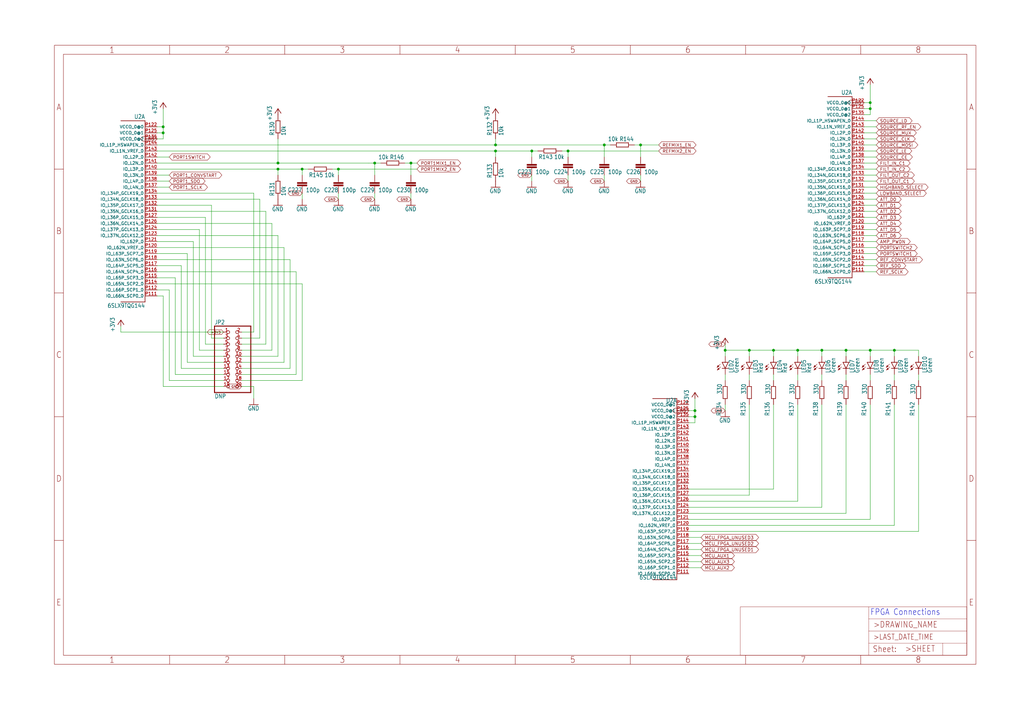
<source format=kicad_sch>
(kicad_sch (version 20210615) (generator eeschema)
  (paper "User" 430.403 300.279)
  (junction (at 68.58 53.34) (diameter 1.016))
  (junction (at 68.58 55.88) (diameter 1.016))
  (junction (at 116.84 68.58) (diameter 1.016))
  (junction (at 116.84 71.12) (diameter 1.016))
  (junction (at 127 71.12) (diameter 1.016))
  (junction (at 142.24 71.12) (diameter 1.016))
  (junction (at 157.48 68.58) (diameter 1.016))
  (junction (at 172.72 68.58) (diameter 1.016))
  (junction (at 208.28 60.96) (diameter 1.016))
  (junction (at 208.28 63.5) (diameter 1.016))
  (junction (at 223.52 63.5) (diameter 1.016))
  (junction (at 238.76 63.5) (diameter 1.016))
  (junction (at 254 60.96) (diameter 1.016))
  (junction (at 269.24 60.96) (diameter 1.016))
  (junction (at 292.1 172.72) (diameter 1.016))
  (junction (at 292.1 175.26) (diameter 1.016))
  (junction (at 304.8 147.32) (diameter 1.016))
  (junction (at 314.96 147.32) (diameter 1.016))
  (junction (at 325.12 147.32) (diameter 1.016))
  (junction (at 335.28 147.32) (diameter 1.016))
  (junction (at 345.44 147.32) (diameter 1.016))
  (junction (at 355.6 147.32) (diameter 1.016))
  (junction (at 365.76 43.18) (diameter 1.016))
  (junction (at 365.76 45.72) (diameter 1.016))
  (junction (at 365.76 147.32) (diameter 1.016))
  (junction (at 375.92 147.32) (diameter 1.016))
  (wire (pts (xy 50.8 139.7) (xy 50.8 137.16)))
  (wire (pts (xy 66.04 53.34) (xy 68.58 53.34)))
  (wire (pts (xy 66.04 55.88) (xy 68.58 55.88)))
  (wire (pts (xy 66.04 58.42) (xy 68.58 58.42)))
  (wire (pts (xy 66.04 60.96) (xy 208.28 60.96)))
  (wire (pts (xy 66.04 66.04) (xy 71.12 66.04)))
  (wire (pts (xy 66.04 73.66) (xy 71.12 73.66)))
  (wire (pts (xy 66.04 76.2) (xy 71.12 76.2)))
  (wire (pts (xy 66.04 78.74) (xy 71.12 78.74)))
  (wire (pts (xy 66.04 81.28) (xy 106.68 81.28)))
  (wire (pts (xy 66.04 83.82) (xy 109.22 83.82)))
  (wire (pts (xy 66.04 86.36) (xy 88.9 86.36)))
  (wire (pts (xy 66.04 88.9) (xy 111.76 88.9)))
  (wire (pts (xy 66.04 91.44) (xy 86.36 91.44)))
  (wire (pts (xy 66.04 93.98) (xy 114.3 93.98)))
  (wire (pts (xy 66.04 96.52) (xy 83.82 96.52)))
  (wire (pts (xy 66.04 99.06) (xy 116.84 99.06)))
  (wire (pts (xy 66.04 101.6) (xy 81.28 101.6)))
  (wire (pts (xy 66.04 104.14) (xy 119.38 104.14)))
  (wire (pts (xy 66.04 106.68) (xy 78.74 106.68)))
  (wire (pts (xy 66.04 109.22) (xy 121.92 109.22)))
  (wire (pts (xy 66.04 111.76) (xy 76.2 111.76)))
  (wire (pts (xy 66.04 114.3) (xy 124.46 114.3)))
  (wire (pts (xy 66.04 116.84) (xy 73.66 116.84)))
  (wire (pts (xy 66.04 119.38) (xy 127 119.38)))
  (wire (pts (xy 66.04 121.92) (xy 71.12 121.92)))
  (wire (pts (xy 66.04 124.46) (xy 68.58 124.46)))
  (wire (pts (xy 68.58 53.34) (xy 68.58 45.72)))
  (wire (pts (xy 68.58 55.88) (xy 68.58 53.34)))
  (wire (pts (xy 68.58 58.42) (xy 68.58 55.88)))
  (wire (pts (xy 68.58 124.46) (xy 68.58 147.32)))
  (wire (pts (xy 68.58 147.32) (xy 68.58 162.56)))
  (wire (pts (xy 68.58 162.56) (xy 93.98 162.56)))
  (wire (pts (xy 71.12 121.92) (xy 71.12 160.02)))
  (wire (pts (xy 71.12 160.02) (xy 93.98 160.02)))
  (wire (pts (xy 73.66 116.84) (xy 73.66 157.48)))
  (wire (pts (xy 73.66 157.48) (xy 93.98 157.48)))
  (wire (pts (xy 76.2 111.76) (xy 76.2 154.94)))
  (wire (pts (xy 76.2 154.94) (xy 93.98 154.94)))
  (wire (pts (xy 78.74 106.68) (xy 78.74 152.4)))
  (wire (pts (xy 78.74 152.4) (xy 93.98 152.4)))
  (wire (pts (xy 81.28 101.6) (xy 81.28 149.86)))
  (wire (pts (xy 81.28 149.86) (xy 93.98 149.86)))
  (wire (pts (xy 83.82 96.52) (xy 83.82 147.32)))
  (wire (pts (xy 83.82 139.7) (xy 50.8 139.7)))
  (wire (pts (xy 83.82 147.32) (xy 93.98 147.32)))
  (wire (pts (xy 86.36 91.44) (xy 86.36 144.78)))
  (wire (pts (xy 86.36 144.78) (xy 93.98 144.78)))
  (wire (pts (xy 88.9 86.36) (xy 88.9 142.24)))
  (wire (pts (xy 88.9 142.24) (xy 93.98 142.24)))
  (wire (pts (xy 93.98 139.7) (xy 83.82 139.7)))
  (wire (pts (xy 101.6 162.56) (xy 106.68 162.56)))
  (wire (pts (xy 104.14 160.02) (xy 101.6 160.02)))
  (wire (pts (xy 106.68 81.28) (xy 106.68 139.7)))
  (wire (pts (xy 106.68 139.7) (xy 101.6 139.7)))
  (wire (pts (xy 106.68 162.56) (xy 106.68 167.64)))
  (wire (pts (xy 109.22 83.82) (xy 109.22 142.24)))
  (wire (pts (xy 109.22 142.24) (xy 101.6 142.24)))
  (wire (pts (xy 111.76 88.9) (xy 111.76 144.78)))
  (wire (pts (xy 111.76 144.78) (xy 101.6 144.78)))
  (wire (pts (xy 114.3 93.98) (xy 114.3 147.32)))
  (wire (pts (xy 114.3 147.32) (xy 101.6 147.32)))
  (wire (pts (xy 116.84 58.42) (xy 116.84 68.58)))
  (wire (pts (xy 116.84 68.58) (xy 66.04 68.58)))
  (wire (pts (xy 116.84 71.12) (xy 66.04 71.12)))
  (wire (pts (xy 116.84 73.66) (xy 116.84 71.12)))
  (wire (pts (xy 116.84 99.06) (xy 116.84 149.86)))
  (wire (pts (xy 116.84 149.86) (xy 101.6 149.86)))
  (wire (pts (xy 119.38 104.14) (xy 119.38 152.4)))
  (wire (pts (xy 119.38 152.4) (xy 101.6 152.4)))
  (wire (pts (xy 121.92 109.22) (xy 121.92 154.94)))
  (wire (pts (xy 121.92 154.94) (xy 101.6 154.94)))
  (wire (pts (xy 124.46 114.3) (xy 124.46 157.48)))
  (wire (pts (xy 124.46 157.48) (xy 101.6 157.48)))
  (wire (pts (xy 127 71.12) (xy 116.84 71.12)))
  (wire (pts (xy 127 71.12) (xy 129.54 71.12)))
  (wire (pts (xy 127 73.66) (xy 127 71.12)))
  (wire (pts (xy 127 81.28) (xy 127 83.82)))
  (wire (pts (xy 127 119.38) (xy 127 160.02)))
  (wire (pts (xy 127 160.02) (xy 104.14 160.02)))
  (wire (pts (xy 139.7 71.12) (xy 142.24 71.12)))
  (wire (pts (xy 142.24 71.12) (xy 175.26 71.12)))
  (wire (pts (xy 142.24 73.66) (xy 142.24 71.12)))
  (wire (pts (xy 142.24 83.82) (xy 142.24 81.28)))
  (wire (pts (xy 154.94 68.58) (xy 116.84 68.58)))
  (wire (pts (xy 154.94 68.58) (xy 157.48 68.58)))
  (wire (pts (xy 157.48 68.58) (xy 160.02 68.58)))
  (wire (pts (xy 157.48 73.66) (xy 157.48 68.58)))
  (wire (pts (xy 157.48 83.82) (xy 157.48 81.28)))
  (wire (pts (xy 170.18 68.58) (xy 172.72 68.58)))
  (wire (pts (xy 172.72 73.66) (xy 172.72 68.58)))
  (wire (pts (xy 172.72 83.82) (xy 172.72 81.28)))
  (wire (pts (xy 175.26 68.58) (xy 172.72 68.58)))
  (wire (pts (xy 208.28 58.42) (xy 208.28 60.96)))
  (wire (pts (xy 208.28 60.96) (xy 254 60.96)))
  (wire (pts (xy 208.28 63.5) (xy 66.04 63.5)))
  (wire (pts (xy 208.28 63.5) (xy 223.52 63.5)))
  (wire (pts (xy 208.28 66.04) (xy 208.28 63.5)))
  (wire (pts (xy 223.52 63.5) (xy 226.06 63.5)))
  (wire (pts (xy 223.52 66.04) (xy 223.52 63.5)))
  (wire (pts (xy 223.52 73.66) (xy 223.52 76.2)))
  (wire (pts (xy 236.22 63.5) (xy 238.76 63.5)))
  (wire (pts (xy 238.76 63.5) (xy 276.86 63.5)))
  (wire (pts (xy 238.76 66.04) (xy 238.76 63.5)))
  (wire (pts (xy 238.76 76.2) (xy 238.76 73.66)))
  (wire (pts (xy 254 60.96) (xy 256.54 60.96)))
  (wire (pts (xy 254 66.04) (xy 254 60.96)))
  (wire (pts (xy 254 76.2) (xy 254 73.66)))
  (wire (pts (xy 266.7 60.96) (xy 269.24 60.96)))
  (wire (pts (xy 269.24 60.96) (xy 276.86 60.96)))
  (wire (pts (xy 269.24 66.04) (xy 269.24 60.96)))
  (wire (pts (xy 269.24 76.2) (xy 269.24 73.66)))
  (wire (pts (xy 289.56 172.72) (xy 292.1 172.72)))
  (wire (pts (xy 289.56 175.26) (xy 292.1 175.26)))
  (wire (pts (xy 289.56 177.8) (xy 292.1 177.8)))
  (wire (pts (xy 289.56 205.74) (xy 325.12 205.74)))
  (wire (pts (xy 289.56 208.28) (xy 314.96 208.28)))
  (wire (pts (xy 289.56 210.82) (xy 335.28 210.82)))
  (wire (pts (xy 289.56 213.36) (xy 345.44 213.36)))
  (wire (pts (xy 289.56 215.9) (xy 355.6 215.9)))
  (wire (pts (xy 289.56 218.44) (xy 365.76 218.44)))
  (wire (pts (xy 289.56 220.98) (xy 375.92 220.98)))
  (wire (pts (xy 289.56 223.52) (xy 386.08 223.52)))
  (wire (pts (xy 289.56 226.06) (xy 294.64 226.06)))
  (wire (pts (xy 289.56 228.6) (xy 294.64 228.6)))
  (wire (pts (xy 289.56 231.14) (xy 294.64 231.14)))
  (wire (pts (xy 289.56 233.68) (xy 294.64 233.68)))
  (wire (pts (xy 289.56 236.22) (xy 294.64 236.22)))
  (wire (pts (xy 289.56 238.76) (xy 294.64 238.76)))
  (wire (pts (xy 292.1 167.64) (xy 292.1 172.72)))
  (wire (pts (xy 292.1 175.26) (xy 292.1 172.72)))
  (wire (pts (xy 292.1 177.8) (xy 292.1 175.26)))
  (wire (pts (xy 304.8 144.78) (xy 304.8 147.32)))
  (wire (pts (xy 304.8 147.32) (xy 304.8 149.86)))
  (wire (pts (xy 304.8 147.32) (xy 314.96 147.32)))
  (wire (pts (xy 304.8 160.02) (xy 304.8 157.48)))
  (wire (pts (xy 304.8 172.72) (xy 304.8 170.18)))
  (wire (pts (xy 314.96 147.32) (xy 325.12 147.32)))
  (wire (pts (xy 314.96 149.86) (xy 314.96 147.32)))
  (wire (pts (xy 314.96 160.02) (xy 314.96 157.48)))
  (wire (pts (xy 314.96 208.28) (xy 314.96 170.18)))
  (wire (pts (xy 325.12 147.32) (xy 335.28 147.32)))
  (wire (pts (xy 325.12 149.86) (xy 325.12 147.32)))
  (wire (pts (xy 325.12 160.02) (xy 325.12 157.48)))
  (wire (pts (xy 325.12 205.74) (xy 325.12 170.18)))
  (wire (pts (xy 335.28 147.32) (xy 345.44 147.32)))
  (wire (pts (xy 335.28 149.86) (xy 335.28 147.32)))
  (wire (pts (xy 335.28 160.02) (xy 335.28 157.48)))
  (wire (pts (xy 335.28 210.82) (xy 335.28 170.18)))
  (wire (pts (xy 345.44 147.32) (xy 355.6 147.32)))
  (wire (pts (xy 345.44 149.86) (xy 345.44 147.32)))
  (wire (pts (xy 345.44 160.02) (xy 345.44 157.48)))
  (wire (pts (xy 345.44 213.36) (xy 345.44 170.18)))
  (wire (pts (xy 355.6 147.32) (xy 365.76 147.32)))
  (wire (pts (xy 355.6 149.86) (xy 355.6 147.32)))
  (wire (pts (xy 355.6 160.02) (xy 355.6 157.48)))
  (wire (pts (xy 355.6 215.9) (xy 355.6 170.18)))
  (wire (pts (xy 363.22 43.18) (xy 365.76 43.18)))
  (wire (pts (xy 363.22 45.72) (xy 365.76 45.72)))
  (wire (pts (xy 363.22 48.26) (xy 365.76 48.26)))
  (wire (pts (xy 363.22 50.8) (xy 368.3 50.8)))
  (wire (pts (xy 363.22 53.34) (xy 368.3 53.34)))
  (wire (pts (xy 363.22 55.88) (xy 368.3 55.88)))
  (wire (pts (xy 363.22 58.42) (xy 368.3 58.42)))
  (wire (pts (xy 363.22 60.96) (xy 368.3 60.96)))
  (wire (pts (xy 363.22 63.5) (xy 368.3 63.5)))
  (wire (pts (xy 363.22 66.04) (xy 368.3 66.04)))
  (wire (pts (xy 363.22 68.58) (xy 368.3 68.58)))
  (wire (pts (xy 363.22 71.12) (xy 368.3 71.12)))
  (wire (pts (xy 363.22 73.66) (xy 368.3 73.66)))
  (wire (pts (xy 363.22 76.2) (xy 368.3 76.2)))
  (wire (pts (xy 363.22 78.74) (xy 368.3 78.74)))
  (wire (pts (xy 363.22 81.28) (xy 368.3 81.28)))
  (wire (pts (xy 363.22 83.82) (xy 368.3 83.82)))
  (wire (pts (xy 363.22 86.36) (xy 368.3 86.36)))
  (wire (pts (xy 363.22 88.9) (xy 368.3 88.9)))
  (wire (pts (xy 363.22 91.44) (xy 368.3 91.44)))
  (wire (pts (xy 363.22 93.98) (xy 368.3 93.98)))
  (wire (pts (xy 363.22 96.52) (xy 368.3 96.52)))
  (wire (pts (xy 363.22 99.06) (xy 368.3 99.06)))
  (wire (pts (xy 363.22 101.6) (xy 368.3 101.6)))
  (wire (pts (xy 363.22 104.14) (xy 368.3 104.14)))
  (wire (pts (xy 363.22 106.68) (xy 368.3 106.68)))
  (wire (pts (xy 363.22 109.22) (xy 368.3 109.22)))
  (wire (pts (xy 363.22 111.76) (xy 368.3 111.76)))
  (wire (pts (xy 363.22 114.3) (xy 368.3 114.3)))
  (wire (pts (xy 365.76 43.18) (xy 365.76 35.56)))
  (wire (pts (xy 365.76 45.72) (xy 365.76 43.18)))
  (wire (pts (xy 365.76 48.26) (xy 365.76 45.72)))
  (wire (pts (xy 365.76 147.32) (xy 375.92 147.32)))
  (wire (pts (xy 365.76 149.86) (xy 365.76 147.32)))
  (wire (pts (xy 365.76 160.02) (xy 365.76 157.48)))
  (wire (pts (xy 365.76 218.44) (xy 365.76 170.18)))
  (wire (pts (xy 375.92 147.32) (xy 386.08 147.32)))
  (wire (pts (xy 375.92 149.86) (xy 375.92 147.32)))
  (wire (pts (xy 375.92 160.02) (xy 375.92 157.48)))
  (wire (pts (xy 375.92 220.98) (xy 375.92 170.18)))
  (wire (pts (xy 386.08 147.32) (xy 386.08 149.86)))
  (wire (pts (xy 386.08 160.02) (xy 386.08 157.48)))
  (wire (pts (xy 386.08 223.52) (xy 386.08 170.18)))
  (text "FPGA Connections" (at 365.76 259.08 180) (effects (font (size 2.54 2.159)) (justify left bottom)))
  (global_label "+3V3" (shape bidirectional) (at 66.04 58.42 180) (effects (font (size 1.016 1.016))) (property "Intersheet References" "${INTERSHEET_REFS}" (effects hide)))
  (global_label "PORT1SWITCH" (shape bidirectional) (at 71.12 66.04 0) (effects (font (size 1.3335 1.3335))) (property "Intersheet References" "${INTERSHEET_REFS}" (effects hide)))
  (global_label "PORT1_CONVSTART" (shape bidirectional) (at 71.12 73.66 0) (effects (font (size 1.3335 1.3335))) (property "Intersheet References" "${INTERSHEET_REFS}" (effects hide)))
  (global_label "PORT1_SDO" (shape bidirectional) (at 71.12 76.2 0) (effects (font (size 1.3335 1.3335))) (property "Intersheet References" "${INTERSHEET_REFS}" (effects hide)))
  (global_label "PORT1_SCLK" (shape bidirectional) (at 71.12 78.74 0) (effects (font (size 1.3335 1.3335))) (property "Intersheet References" "${INTERSHEET_REFS}" (effects hide)))
  (global_label "+3V3" (shape bidirectional) (at 93.98 139.7 180) (effects (font (size 1.016 1.016))) (property "Intersheet References" "${INTERSHEET_REFS}" (effects hide)))
  (global_label "GND" (shape bidirectional) (at 101.6 162.56 180) (effects (font (size 1.016 1.016))) (property "Intersheet References" "${INTERSHEET_REFS}" (effects hide)))
  (global_label "GND" (shape bidirectional) (at 127 81.28 180) (effects (font (size 1.016 1.016))) (property "Intersheet References" "${INTERSHEET_REFS}" (effects hide)))
  (global_label "GND" (shape bidirectional) (at 142.24 83.82 180) (effects (font (size 1.016 1.016))) (property "Intersheet References" "${INTERSHEET_REFS}" (effects hide)))
  (global_label "GND" (shape bidirectional) (at 157.48 83.82 180) (effects (font (size 1.016 1.016))) (property "Intersheet References" "${INTERSHEET_REFS}" (effects hide)))
  (global_label "GND" (shape bidirectional) (at 172.72 83.82 180) (effects (font (size 1.016 1.016))) (property "Intersheet References" "${INTERSHEET_REFS}" (effects hide)))
  (global_label "PORT1MIX1_EN" (shape bidirectional) (at 175.26 68.58 0) (effects (font (size 1.3335 1.3335))) (property "Intersheet References" "${INTERSHEET_REFS}" (effects hide)))
  (global_label "PORT1MIX2_EN" (shape bidirectional) (at 175.26 71.12 0) (effects (font (size 1.3335 1.3335))) (property "Intersheet References" "${INTERSHEET_REFS}" (effects hide)))
  (global_label "GND" (shape bidirectional) (at 223.52 73.66 180) (effects (font (size 1.016 1.016))) (property "Intersheet References" "${INTERSHEET_REFS}" (effects hide)))
  (global_label "GND" (shape bidirectional) (at 238.76 76.2 180) (effects (font (size 1.016 1.016))) (property "Intersheet References" "${INTERSHEET_REFS}" (effects hide)))
  (global_label "GND" (shape bidirectional) (at 254 76.2 180) (effects (font (size 1.016 1.016))) (property "Intersheet References" "${INTERSHEET_REFS}" (effects hide)))
  (global_label "GND" (shape bidirectional) (at 269.24 76.2 180) (effects (font (size 1.016 1.016))) (property "Intersheet References" "${INTERSHEET_REFS}" (effects hide)))
  (global_label "REFMIX1_EN" (shape bidirectional) (at 276.86 60.96 0) (effects (font (size 1.3335 1.3335))) (property "Intersheet References" "${INTERSHEET_REFS}" (effects hide)))
  (global_label "REFMIX2_EN" (shape bidirectional) (at 276.86 63.5 0) (effects (font (size 1.3335 1.3335))) (property "Intersheet References" "${INTERSHEET_REFS}" (effects hide)))
  (global_label "+3V3" (shape bidirectional) (at 289.56 172.72 180) (effects (font (size 1.016 1.016))) (property "Intersheet References" "${INTERSHEET_REFS}" (effects hide)))
  (global_label "MCU_FPGA_UNUSED3" (shape bidirectional) (at 294.64 226.06 0) (effects (font (size 1.3335 1.3335))) (property "Intersheet References" "${INTERSHEET_REFS}" (effects hide)))
  (global_label "MCU_FPGA_UNUSED2" (shape bidirectional) (at 294.64 228.6 0) (effects (font (size 1.3335 1.3335))) (property "Intersheet References" "${INTERSHEET_REFS}" (effects hide)))
  (global_label "MCU_FPGA_UNUSED1" (shape bidirectional) (at 294.64 231.14 0) (effects (font (size 1.3335 1.3335))) (property "Intersheet References" "${INTERSHEET_REFS}" (effects hide)))
  (global_label "MCU_AUX1" (shape bidirectional) (at 294.64 233.68 0) (effects (font (size 1.3335 1.3335))) (property "Intersheet References" "${INTERSHEET_REFS}" (effects hide)))
  (global_label "MCU_AUX3" (shape bidirectional) (at 294.64 236.22 0) (effects (font (size 1.3335 1.3335))) (property "Intersheet References" "${INTERSHEET_REFS}" (effects hide)))
  (global_label "MCU_AUX2" (shape bidirectional) (at 294.64 238.76 0) (effects (font (size 1.3335 1.3335))) (property "Intersheet References" "${INTERSHEET_REFS}" (effects hide)))
  (global_label "+3V3" (shape bidirectional) (at 304.8 144.78 180) (effects (font (size 1.016 1.016))) (property "Intersheet References" "${INTERSHEET_REFS}" (effects hide)))
  (global_label "GND" (shape bidirectional) (at 304.8 172.72 180) (effects (font (size 1.016 1.016))) (property "Intersheet References" "${INTERSHEET_REFS}" (effects hide)))
  (global_label "+3V3" (shape bidirectional) (at 363.22 43.18 180) (effects (font (size 1.016 1.016))) (property "Intersheet References" "${INTERSHEET_REFS}" (effects hide)))
  (global_label "SOURCE_LD" (shape bidirectional) (at 368.3 50.8 0) (effects (font (size 1.3335 1.3335))) (property "Intersheet References" "${INTERSHEET_REFS}" (effects hide)))
  (global_label "SOURCE_RF_EN" (shape bidirectional) (at 368.3 53.34 0) (effects (font (size 1.3335 1.3335))) (property "Intersheet References" "${INTERSHEET_REFS}" (effects hide)))
  (global_label "SOURCE_MUX" (shape bidirectional) (at 368.3 55.88 0) (effects (font (size 1.3335 1.3335))) (property "Intersheet References" "${INTERSHEET_REFS}" (effects hide)))
  (global_label "SOURCE_CLK" (shape bidirectional) (at 368.3 58.42 0) (effects (font (size 1.3335 1.3335))) (property "Intersheet References" "${INTERSHEET_REFS}" (effects hide)))
  (global_label "SOURCE_MOSI" (shape bidirectional) (at 368.3 60.96 0) (effects (font (size 1.3335 1.3335))) (property "Intersheet References" "${INTERSHEET_REFS}" (effects hide)))
  (global_label "SOURCE_LE" (shape bidirectional) (at 368.3 63.5 0) (effects (font (size 1.3335 1.3335))) (property "Intersheet References" "${INTERSHEET_REFS}" (effects hide)))
  (global_label "SOURCE_CE" (shape bidirectional) (at 368.3 66.04 0) (effects (font (size 1.3335 1.3335))) (property "Intersheet References" "${INTERSHEET_REFS}" (effects hide)))
  (global_label "FILT_IN_C1" (shape bidirectional) (at 368.3 68.58 0) (effects (font (size 1.3335 1.3335))) (property "Intersheet References" "${INTERSHEET_REFS}" (effects hide)))
  (global_label "FILT_IN_C2" (shape bidirectional) (at 368.3 71.12 0) (effects (font (size 1.3335 1.3335))) (property "Intersheet References" "${INTERSHEET_REFS}" (effects hide)))
  (global_label "FILT_OUT_C2" (shape bidirectional) (at 368.3 73.66 0) (effects (font (size 1.3335 1.3335))) (property "Intersheet References" "${INTERSHEET_REFS}" (effects hide)))
  (global_label "FILT_OUT_C1" (shape bidirectional) (at 368.3 76.2 0) (effects (font (size 1.3335 1.3335))) (property "Intersheet References" "${INTERSHEET_REFS}" (effects hide)))
  (global_label "HIGHBAND_SELECT" (shape bidirectional) (at 368.3 78.74 0) (effects (font (size 1.3335 1.3335))) (property "Intersheet References" "${INTERSHEET_REFS}" (effects hide)))
  (global_label "LOWBAND_SELECT" (shape bidirectional) (at 368.3 81.28 0) (effects (font (size 1.3335 1.3335))) (property "Intersheet References" "${INTERSHEET_REFS}" (effects hide)))
  (global_label "ATT_D0" (shape bidirectional) (at 368.3 83.82 0) (effects (font (size 1.3335 1.3335))) (property "Intersheet References" "${INTERSHEET_REFS}" (effects hide)))
  (global_label "ATT_D1" (shape bidirectional) (at 368.3 86.36 0) (effects (font (size 1.3335 1.3335))) (property "Intersheet References" "${INTERSHEET_REFS}" (effects hide)))
  (global_label "ATT_D2" (shape bidirectional) (at 368.3 88.9 0) (effects (font (size 1.3335 1.3335))) (property "Intersheet References" "${INTERSHEET_REFS}" (effects hide)))
  (global_label "ATT_D3" (shape bidirectional) (at 368.3 91.44 0) (effects (font (size 1.3335 1.3335))) (property "Intersheet References" "${INTERSHEET_REFS}" (effects hide)))
  (global_label "ATT_D4" (shape bidirectional) (at 368.3 93.98 0) (effects (font (size 1.3335 1.3335))) (property "Intersheet References" "${INTERSHEET_REFS}" (effects hide)))
  (global_label "ATT_D5" (shape bidirectional) (at 368.3 96.52 0) (effects (font (size 1.3335 1.3335))) (property "Intersheet References" "${INTERSHEET_REFS}" (effects hide)))
  (global_label "ATT_D6" (shape bidirectional) (at 368.3 99.06 0) (effects (font (size 1.3335 1.3335))) (property "Intersheet References" "${INTERSHEET_REFS}" (effects hide)))
  (global_label "AMP_PWDN" (shape bidirectional) (at 368.3 101.6 0) (effects (font (size 1.3335 1.3335))) (property "Intersheet References" "${INTERSHEET_REFS}" (effects hide)))
  (global_label "PORTSWITCH2" (shape bidirectional) (at 368.3 104.14 0) (effects (font (size 1.3335 1.3335))) (property "Intersheet References" "${INTERSHEET_REFS}" (effects hide)))
  (global_label "PORTSWITCH1" (shape bidirectional) (at 368.3 106.68 0) (effects (font (size 1.3335 1.3335))) (property "Intersheet References" "${INTERSHEET_REFS}" (effects hide)))
  (global_label "REF_CONVSTART" (shape bidirectional) (at 368.3 109.22 0) (effects (font (size 1.3335 1.3335))) (property "Intersheet References" "${INTERSHEET_REFS}" (effects hide)))
  (global_label "REF_SDO" (shape bidirectional) (at 368.3 111.76 0) (effects (font (size 1.3335 1.3335))) (property "Intersheet References" "${INTERSHEET_REFS}" (effects hide)))
  (global_label "REF_SCLK" (shape bidirectional) (at 368.3 114.3 0) (effects (font (size 1.3335 1.3335))) (property "Intersheet References" "${INTERSHEET_REFS}" (effects hide)))
  (symbol (lib_id "VNA-eagle-import:+3V3") (at 50.8 134.62 0)
    (property "Reference" "#+3V329" (effects hide))
    (property "Value" "+3V3" (at 48.26 139.7 90) (effects (font (size 1.778 1.5113)) (justify left bottom)))
  )
  (symbol (lib_id "VNA-eagle-import:+3V3") (at 68.58 43.18 0)
    (property "Reference" "#+3V330" (effects hide))
    (property "Value" "+3V3" (at 66.04 48.26 90) (effects (font (size 1.778 1.5113)) (justify left bottom)))
  )
  (symbol (lib_id "VNA-eagle-import:+3V3") (at 116.84 45.72 0)
    (property "Reference" "#+3V331" (effects hide))
    (property "Value" "+3V3" (at 114.3 50.8 90) (effects (font (size 1.778 1.5113)) (justify left bottom)))
  )
  (symbol (lib_id "VNA-eagle-import:+3V3") (at 208.28 45.72 0)
    (property "Reference" "#+3V332" (effects hide))
    (property "Value" "+3V3" (at 205.74 50.8 90) (effects (font (size 1.778 1.5113)) (justify left bottom)))
  )
  (symbol (lib_id "VNA-eagle-import:+3V3") (at 292.1 165.1 0)
    (property "Reference" "#+3V333" (effects hide))
    (property "Value" "+3V3" (at 289.56 170.18 90) (effects (font (size 1.778 1.5113)) (justify left bottom)))
  )
  (symbol (lib_id "VNA-eagle-import:+3V3") (at 304.8 142.24 0)
    (property "Reference" "#+3V334" (effects hide))
    (property "Value" "+3V3" (at 302.26 147.32 90) (effects (font (size 1.778 1.5113)) (justify left bottom)))
  )
  (symbol (lib_id "VNA-eagle-import:+3V3") (at 365.76 33.02 0)
    (property "Reference" "#+3V335" (effects hide))
    (property "Value" "+3V3" (at 363.22 38.1 90) (effects (font (size 1.778 1.5113)) (justify left bottom)))
  )
  (symbol (lib_id "VNA-eagle-import:GND") (at 106.68 170.18 0)
    (property "Reference" "#GND258" (effects hide))
    (property "Value" "GND" (at 104.14 172.72 0) (effects (font (size 1.778 1.5113)) (justify left bottom)))
  )
  (symbol (lib_id "VNA-eagle-import:GND") (at 116.84 86.36 0)
    (property "Reference" "#GND259" (effects hide))
    (property "Value" "GND" (at 114.3 88.9 0) (effects (font (size 1.778 1.5113)) (justify left bottom)))
  )
  (symbol (lib_id "VNA-eagle-import:GND") (at 127 86.36 0)
    (property "Reference" "#GND266" (effects hide))
    (property "Value" "GND" (at 124.46 88.9 0) (effects (font (size 1.778 1.5113)) (justify left bottom)))
  )
  (symbol (lib_id "VNA-eagle-import:GND") (at 142.24 86.36 0)
    (property "Reference" "#GND267" (effects hide))
    (property "Value" "GND" (at 139.7 88.9 0) (effects (font (size 1.778 1.5113)) (justify left bottom)))
  )
  (symbol (lib_id "VNA-eagle-import:GND") (at 157.48 86.36 0)
    (property "Reference" "#GND269" (effects hide))
    (property "Value" "GND" (at 154.94 88.9 0) (effects (font (size 1.778 1.5113)) (justify left bottom)))
  )
  (symbol (lib_id "VNA-eagle-import:GND") (at 172.72 86.36 0)
    (property "Reference" "#GND268" (effects hide))
    (property "Value" "GND" (at 170.18 88.9 0) (effects (font (size 1.778 1.5113)) (justify left bottom)))
  )
  (symbol (lib_id "VNA-eagle-import:GND") (at 208.28 78.74 0)
    (property "Reference" "#GND260" (effects hide))
    (property "Value" "GND" (at 205.74 81.28 0) (effects (font (size 1.778 1.5113)) (justify left bottom)))
  )
  (symbol (lib_id "VNA-eagle-import:GND") (at 223.52 78.74 0)
    (property "Reference" "#GND255" (effects hide))
    (property "Value" "GND" (at 220.98 81.28 0) (effects (font (size 1.778 1.5113)) (justify left bottom)))
  )
  (symbol (lib_id "VNA-eagle-import:GND") (at 238.76 78.74 0)
    (property "Reference" "#GND263" (effects hide))
    (property "Value" "GND" (at 236.22 81.28 0) (effects (font (size 1.778 1.5113)) (justify left bottom)))
  )
  (symbol (lib_id "VNA-eagle-import:GND") (at 254 78.74 0)
    (property "Reference" "#GND265" (effects hide))
    (property "Value" "GND" (at 251.46 81.28 0) (effects (font (size 1.778 1.5113)) (justify left bottom)))
  )
  (symbol (lib_id "VNA-eagle-import:GND") (at 269.24 78.74 0)
    (property "Reference" "#GND264" (effects hide))
    (property "Value" "GND" (at 266.7 81.28 0) (effects (font (size 1.778 1.5113)) (justify left bottom)))
  )
  (symbol (lib_id "VNA-eagle-import:GND") (at 304.8 175.26 0)
    (property "Reference" "#GND261" (effects hide))
    (property "Value" "GND" (at 302.26 177.8 0) (effects (font (size 1.778 1.5113)) (justify left bottom)))
  )
  (symbol (lib_id "VNA-eagle-import:R-EU_R0402") (at 116.84 53.34 90)
    (property "Reference" "R130" (at 115.3414 57.15 0) (effects (font (size 1.778 1.5113)) (justify left bottom)))
    (property "Value" "10k" (at 120.142 57.15 0) (effects (font (size 1.778 1.5113)) (justify left bottom)))
    (property "Footprint" "R0402" (effects hide))
  )
  (symbol (lib_id "VNA-eagle-import:R-EU_R0402") (at 116.84 78.74 90)
    (property "Reference" "R131" (at 115.3414 82.55 0) (effects (font (size 1.778 1.5113)) (justify left bottom)))
    (property "Value" "10k" (at 120.142 82.55 0) (effects (font (size 1.778 1.5113)) (justify left bottom)))
    (property "Footprint" "R0402" (effects hide))
  )
  (symbol (lib_id "VNA-eagle-import:R-EU_R0402") (at 134.62 71.12 180)
    (property "Reference" "R145" (at 135.89 72.6186 0) (effects (font (size 1.778 1.5113)) (justify left bottom)))
    (property "Value" "10k" (at 140.716 72.644 0) (effects (font (size 1.778 1.5113)) (justify left bottom)))
    (property "Footprint" "R0402" (effects hide))
  )
  (symbol (lib_id "VNA-eagle-import:R-EU_R0402") (at 165.1 68.58 0)
    (property "Reference" "R146" (at 163.83 67.0814 0) (effects (font (size 1.778 1.5113)) (justify left bottom)))
    (property "Value" "10k" (at 159.004 67.056 0) (effects (font (size 1.778 1.5113)) (justify left bottom)))
    (property "Footprint" "R0402" (effects hide))
  )
  (symbol (lib_id "VNA-eagle-import:R-EU_R0402") (at 208.28 53.34 90)
    (property "Reference" "R132" (at 206.7814 57.15 0) (effects (font (size 1.778 1.5113)) (justify left bottom)))
    (property "Value" "10k" (at 211.582 57.15 0) (effects (font (size 1.778 1.5113)) (justify left bottom)))
    (property "Footprint" "R0402" (effects hide))
  )
  (symbol (lib_id "VNA-eagle-import:R-EU_R0402") (at 208.28 71.12 90)
    (property "Reference" "R133" (at 206.7814 74.93 0) (effects (font (size 1.778 1.5113)) (justify left bottom)))
    (property "Value" "10k" (at 211.582 74.93 0) (effects (font (size 1.778 1.5113)) (justify left bottom)))
    (property "Footprint" "R0402" (effects hide))
  )
  (symbol (lib_id "VNA-eagle-import:R-EU_R0402") (at 231.14 63.5 180)
    (property "Reference" "R143" (at 232.41 64.9986 0) (effects (font (size 1.778 1.5113)) (justify left bottom)))
    (property "Value" "10k" (at 237.236 65.024 0) (effects (font (size 1.778 1.5113)) (justify left bottom)))
    (property "Footprint" "R0402" (effects hide))
  )
  (symbol (lib_id "VNA-eagle-import:R-EU_R0402") (at 261.62 60.96 0)
    (property "Reference" "R144" (at 260.35 59.4614 0) (effects (font (size 1.778 1.5113)) (justify left bottom)))
    (property "Value" "10k" (at 255.524 59.436 0) (effects (font (size 1.778 1.5113)) (justify left bottom)))
    (property "Footprint" "R0402" (effects hide))
  )
  (symbol (lib_id "VNA-eagle-import:R-EU_R0402") (at 304.8 165.1 270)
    (property "Reference" "R134" (at 301.2186 168.91 0) (effects (font (size 1.778 1.5113)) (justify left bottom)))
    (property "Value" "330" (at 301.498 161.29 0) (effects (font (size 1.778 1.5113)) (justify left bottom)))
    (property "Footprint" "R0402" (effects hide))
  )
  (symbol (lib_id "VNA-eagle-import:R-EU_R0402") (at 314.96 165.1 270)
    (property "Reference" "R135" (at 311.3786 168.91 0) (effects (font (size 1.778 1.5113)) (justify left bottom)))
    (property "Value" "330" (at 311.658 161.29 0) (effects (font (size 1.778 1.5113)) (justify left bottom)))
    (property "Footprint" "R0402" (effects hide))
  )
  (symbol (lib_id "VNA-eagle-import:R-EU_R0402") (at 325.12 165.1 270)
    (property "Reference" "R136" (at 321.5386 168.91 0) (effects (font (size 1.778 1.5113)) (justify left bottom)))
    (property "Value" "330" (at 321.818 161.29 0) (effects (font (size 1.778 1.5113)) (justify left bottom)))
    (property "Footprint" "R0402" (effects hide))
  )
  (symbol (lib_id "VNA-eagle-import:R-EU_R0402") (at 335.28 165.1 270)
    (property "Reference" "R137" (at 331.6986 168.91 0) (effects (font (size 1.778 1.5113)) (justify left bottom)))
    (property "Value" "330" (at 331.978 161.29 0) (effects (font (size 1.778 1.5113)) (justify left bottom)))
    (property "Footprint" "R0402" (effects hide))
  )
  (symbol (lib_id "VNA-eagle-import:R-EU_R0402") (at 345.44 165.1 270)
    (property "Reference" "R138" (at 341.8586 168.91 0) (effects (font (size 1.778 1.5113)) (justify left bottom)))
    (property "Value" "330" (at 342.138 161.29 0) (effects (font (size 1.778 1.5113)) (justify left bottom)))
    (property "Footprint" "R0402" (effects hide))
  )
  (symbol (lib_id "VNA-eagle-import:R-EU_R0402") (at 355.6 165.1 270)
    (property "Reference" "R139" (at 352.0186 168.91 0) (effects (font (size 1.778 1.5113)) (justify left bottom)))
    (property "Value" "330" (at 352.298 161.29 0) (effects (font (size 1.778 1.5113)) (justify left bottom)))
    (property "Footprint" "R0402" (effects hide))
  )
  (symbol (lib_id "VNA-eagle-import:R-EU_R0402") (at 365.76 165.1 270)
    (property "Reference" "R140" (at 362.1786 168.91 0) (effects (font (size 1.778 1.5113)) (justify left bottom)))
    (property "Value" "330" (at 362.458 161.29 0) (effects (font (size 1.778 1.5113)) (justify left bottom)))
    (property "Footprint" "R0402" (effects hide))
  )
  (symbol (lib_id "VNA-eagle-import:R-EU_R0402") (at 375.92 165.1 270)
    (property "Reference" "R141" (at 372.3386 168.91 0) (effects (font (size 1.778 1.5113)) (justify left bottom)))
    (property "Value" "330" (at 372.618 161.29 0) (effects (font (size 1.778 1.5113)) (justify left bottom)))
    (property "Footprint" "R0402" (effects hide))
  )
  (symbol (lib_id "VNA-eagle-import:R-EU_R0402") (at 386.08 165.1 270)
    (property "Reference" "R142" (at 382.4986 168.91 0) (effects (font (size 1.778 1.5113)) (justify left bottom)))
    (property "Value" "330" (at 382.778 161.29 0) (effects (font (size 1.778 1.5113)) (justify left bottom)))
    (property "Footprint" "R0402" (effects hide))
  )
  (symbol (lib_id "VNA-eagle-import:C-EU?_2C0402") (at 127 76.2 0)
    (property "Reference" "C227" (at 120.904 80.899 0) (effects (font (size 1.778 1.5113)) (justify left bottom)))
    (property "Value" "100p" (at 128.524 80.899 0) (effects (font (size 1.778 1.5113)) (justify left bottom)))
    (property "Footprint" "C0402" (effects hide))
  )
  (symbol (lib_id "VNA-eagle-import:C-EU?_2C0402") (at 142.24 76.2 0)
    (property "Reference" "C228" (at 136.144 80.899 0) (effects (font (size 1.778 1.5113)) (justify left bottom)))
    (property "Value" "100p" (at 143.764 80.899 0) (effects (font (size 1.778 1.5113)) (justify left bottom)))
    (property "Footprint" "C0402" (effects hide))
  )
  (symbol (lib_id "VNA-eagle-import:C-EU?_2C0402") (at 157.48 76.2 0)
    (property "Reference" "C229" (at 151.384 80.899 0) (effects (font (size 1.778 1.5113)) (justify left bottom)))
    (property "Value" "100p" (at 159.004 80.899 0) (effects (font (size 1.778 1.5113)) (justify left bottom)))
    (property "Footprint" "C0402" (effects hide))
  )
  (symbol (lib_id "VNA-eagle-import:C-EU?_2C0402") (at 172.72 76.2 0)
    (property "Reference" "C230" (at 166.624 80.899 0) (effects (font (size 1.778 1.5113)) (justify left bottom)))
    (property "Value" "100p" (at 174.244 80.899 0) (effects (font (size 1.778 1.5113)) (justify left bottom)))
    (property "Footprint" "C0402" (effects hide))
  )
  (symbol (lib_id "VNA-eagle-import:C-EU?_2C0402") (at 223.52 68.58 0)
    (property "Reference" "C223" (at 217.424 73.279 0) (effects (font (size 1.778 1.5113)) (justify left bottom)))
    (property "Value" "100p" (at 225.044 73.279 0) (effects (font (size 1.778 1.5113)) (justify left bottom)))
    (property "Footprint" "C0402" (effects hide))
  )
  (symbol (lib_id "VNA-eagle-import:C-EU?_2C0402") (at 238.76 68.58 0)
    (property "Reference" "C224" (at 232.664 73.279 0) (effects (font (size 1.778 1.5113)) (justify left bottom)))
    (property "Value" "100p" (at 240.284 73.279 0) (effects (font (size 1.778 1.5113)) (justify left bottom)))
    (property "Footprint" "C0402" (effects hide))
  )
  (symbol (lib_id "VNA-eagle-import:C-EU?_2C0402") (at 254 68.58 0)
    (property "Reference" "C225" (at 247.904 73.279 0) (effects (font (size 1.778 1.5113)) (justify left bottom)))
    (property "Value" "100p" (at 255.524 73.279 0) (effects (font (size 1.778 1.5113)) (justify left bottom)))
    (property "Footprint" "C0402" (effects hide))
  )
  (symbol (lib_id "VNA-eagle-import:C-EU?_2C0402") (at 269.24 68.58 0)
    (property "Reference" "C226" (at 263.144 73.279 0) (effects (font (size 1.778 1.5113)) (justify left bottom)))
    (property "Value" "100p" (at 270.764 73.279 0) (effects (font (size 1.778 1.5113)) (justify left bottom)))
    (property "Footprint" "C0402" (effects hide))
  )
  (symbol (lib_id "VNA-eagle-import:LEDCHIPLED_0603") (at 304.8 152.4 0)
    (property "Reference" "LED2" (at 308.356 156.972 90) (effects (font (size 1.778 1.5113)) (justify left bottom)))
    (property "Value" "Green" (at 310.515 156.972 90) (effects (font (size 1.778 1.5113)) (justify left bottom)))
    (property "Footprint" "CHIPLED_0603" (effects hide))
  )
  (symbol (lib_id "VNA-eagle-import:LEDCHIPLED_0603") (at 314.96 152.4 0)
    (property "Reference" "LED3" (at 318.516 156.972 90) (effects (font (size 1.778 1.5113)) (justify left bottom)))
    (property "Value" "Red" (at 320.675 156.972 90) (effects (font (size 1.778 1.5113)) (justify left bottom)))
    (property "Footprint" "CHIPLED_0603" (effects hide))
  )
  (symbol (lib_id "VNA-eagle-import:LEDCHIPLED_0603") (at 325.12 152.4 0)
    (property "Reference" "LED4" (at 328.676 156.972 90) (effects (font (size 1.778 1.5113)) (justify left bottom)))
    (property "Value" "Red" (at 330.835 156.972 90) (effects (font (size 1.778 1.5113)) (justify left bottom)))
    (property "Footprint" "CHIPLED_0603" (effects hide))
  )
  (symbol (lib_id "VNA-eagle-import:LEDCHIPLED_0603") (at 335.28 152.4 0)
    (property "Reference" "LED5" (at 338.836 156.972 90) (effects (font (size 1.778 1.5113)) (justify left bottom)))
    (property "Value" "Red" (at 340.995 156.972 90) (effects (font (size 1.778 1.5113)) (justify left bottom)))
    (property "Footprint" "CHIPLED_0603" (effects hide))
  )
  (symbol (lib_id "VNA-eagle-import:LEDCHIPLED_0603") (at 345.44 152.4 0)
    (property "Reference" "LED6" (at 348.996 156.972 90) (effects (font (size 1.778 1.5113)) (justify left bottom)))
    (property "Value" "Green" (at 351.155 156.972 90) (effects (font (size 1.778 1.5113)) (justify left bottom)))
    (property "Footprint" "CHIPLED_0603" (effects hide))
  )
  (symbol (lib_id "VNA-eagle-import:LEDCHIPLED_0603") (at 355.6 152.4 0)
    (property "Reference" "LED7" (at 359.156 156.972 90) (effects (font (size 1.778 1.5113)) (justify left bottom)))
    (property "Value" "Green" (at 361.315 156.972 90) (effects (font (size 1.778 1.5113)) (justify left bottom)))
    (property "Footprint" "CHIPLED_0603" (effects hide))
  )
  (symbol (lib_id "VNA-eagle-import:LEDCHIPLED_0603") (at 365.76 152.4 0)
    (property "Reference" "LED8" (at 369.316 156.972 90) (effects (font (size 1.778 1.5113)) (justify left bottom)))
    (property "Value" "Green" (at 371.475 156.972 90) (effects (font (size 1.778 1.5113)) (justify left bottom)))
    (property "Footprint" "CHIPLED_0603" (effects hide))
  )
  (symbol (lib_id "VNA-eagle-import:LEDCHIPLED_0603") (at 375.92 152.4 0)
    (property "Reference" "LED9" (at 379.476 156.972 90) (effects (font (size 1.778 1.5113)) (justify left bottom)))
    (property "Value" "Green" (at 381.635 156.972 90) (effects (font (size 1.778 1.5113)) (justify left bottom)))
    (property "Footprint" "CHIPLED_0603" (effects hide))
  )
  (symbol (lib_id "VNA-eagle-import:LEDCHIPLED_0603") (at 386.08 152.4 0)
    (property "Reference" "LED10" (at 389.636 156.972 90) (effects (font (size 1.778 1.5113)) (justify left bottom)))
    (property "Value" "Green" (at 391.795 156.972 90) (effects (font (size 1.778 1.5113)) (justify left bottom)))
    (property "Footprint" "CHIPLED_0603" (effects hide))
  )
  (symbol (lib_id "VNA-eagle-import:PINHD-2X10") (at 96.52 149.86 0)
    (property "Reference" "JP2" (at 90.17 136.525 0) (effects (font (size 1.778 1.5113)) (justify left bottom)))
    (property "Value" "DNP" (at 90.17 167.64 0) (effects (font (size 1.778 1.5113)) (justify left bottom)))
    (property "Footprint" "2X10" (effects hide))
  )
  (symbol (lib_id "VNA-eagle-import:6SLX9TQG144") (at 284.48 205.74 0)
    (property "Reference" "U2" (at 284.48 169.418 0) (effects (font (size 1.778 1.5113)) (justify right bottom)))
    (property "Value" "6SLX9TQG144" (at 284.48 243.84 0) (effects (font (size 1.778 1.5113)) (justify right bottom)))
    (property "Footprint" "TQ144" (effects hide))
  )
  (symbol (lib_id "VNA-eagle-import:6SLX9TQG144") (at 60.96 88.9 0)
    (property "Reference" "U2" (at 60.96 50.038 0) (effects (font (size 1.778 1.5113)) (justify right bottom)))
    (property "Value" "6SLX9TQG144" (at 60.96 129.54 0) (effects (font (size 1.778 1.5113)) (justify right bottom)))
    (property "Footprint" "TQ144" (effects hide))
  )
  (symbol (lib_id "VNA-eagle-import:6SLX9TQG144") (at 358.14 78.74 0)
    (property "Reference" "U2" (at 358.14 39.878 0) (effects (font (size 1.778 1.5113)) (justify right bottom)))
    (property "Value" "6SLX9TQG144" (at 358.14 119.38 0) (effects (font (size 1.778 1.5113)) (justify right bottom)))
    (property "Footprint" "TQ144" (effects hide))
  )
  (symbol (lib_id "VNA-eagle-import:A3L-LOC") (at 22.86 279.4 0)
    (property "Reference" "#FRAME10" (effects hide))
    (property "Value" "A3L-LOC" (effects hide))
  )
)
</source>
